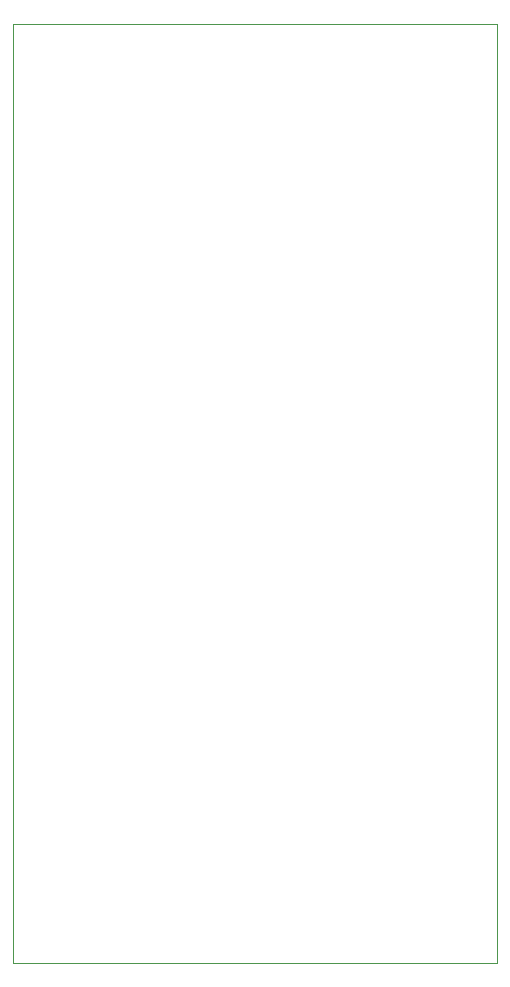
<source format=gbr>
%TF.GenerationSoftware,KiCad,Pcbnew,7.0.7*%
%TF.CreationDate,2024-01-29T23:44:09+01:00*%
%TF.ProjectId,OS-servoDriver,4f532d73-6572-4766-9f44-72697665722e,rev?*%
%TF.SameCoordinates,Original*%
%TF.FileFunction,Profile,NP*%
%FSLAX46Y46*%
G04 Gerber Fmt 4.6, Leading zero omitted, Abs format (unit mm)*
G04 Created by KiCad (PCBNEW 7.0.7) date 2024-01-29 23:44:09*
%MOMM*%
%LPD*%
G01*
G04 APERTURE LIST*
%TA.AperFunction,Profile*%
%ADD10C,0.100000*%
%TD*%
G04 APERTURE END LIST*
D10*
X100500000Y-96500000D02*
X141500000Y-96500000D01*
X141500000Y-176000000D01*
X100500000Y-176000000D01*
X100500000Y-96500000D01*
M02*

</source>
